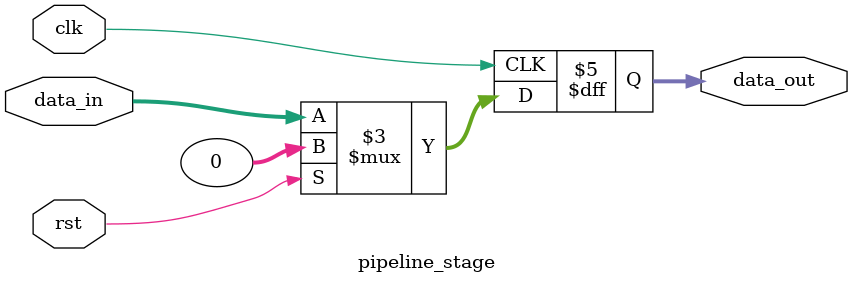
<source format=sv>
module pipeline_stage #(
   parameter WIDTH = 32,
   parameter ENABLE = 1
) (
 
   input logic clk,
   input logic rst,
   input logic [WIDTH-1:0] data_in,
   output logic [WIDTH-1:0] data_out
 
);
 
    // Internal register declaration
    generate
       if (ENABLE) begin
           always @(posedge clk) begin
               if (rst)
                   data_out <= {WIDTH{1'b0}};
               else
                   data_out <= data_in;
           end
       end else begin
            assign data_out = data_in;
       end
    endgenerate
endmodule

</source>
